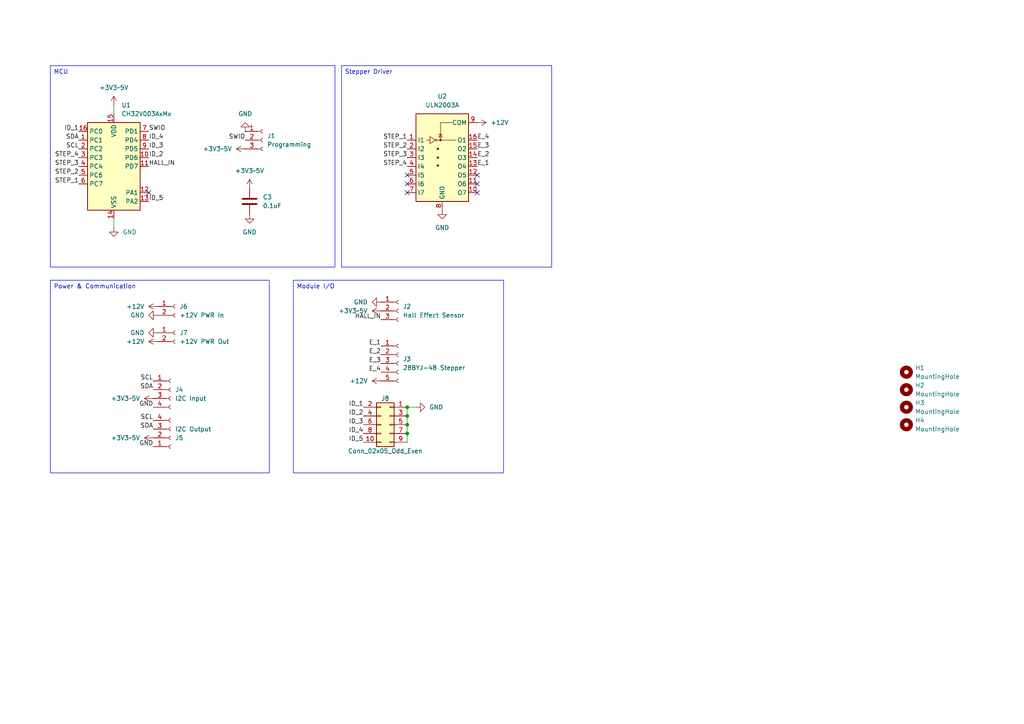
<source format=kicad_sch>
(kicad_sch (version 20231120) (generator "eeschema") (generator_version "8.0")
  (paper "A4")
  (lib_symbols
    (symbol "Connector:Conn_01x02_Socket" (pin_names (offset 1.016) hide)
      (property "Reference" "J" (at 0 2.54 0))
      (property "Value" "Conn_01x02_Socket" (at 0 -5.08 0))
      (symbol "Conn_01x02_Socket_1_1"
        (arc (start 0 -2.032) (mid -0.5058 -2.54) (end 0 -3.048) (stroke (width 0.1524)))
        (polyline (pts (xy -1.27 -2.54) (xy -0.508 -2.54)) (stroke (width 0.1524)))
        (polyline (pts (xy -1.27 0) (xy -0.508 0)) (stroke (width 0.1524)))
        (arc (start 0 0.508) (mid -0.5058 0) (end 0 -0.508) (stroke (width 0.1524)))
        (pin passive line (at -5.08 0 0) (length 3.81) (name "Pin_1") (number "1"))
        (pin passive line (at -5.08 -2.54 0) (length 3.81) (name "Pin_2") (number "2"))
      )
    )
    (symbol "Connector:Conn_01x03_Socket" (pin_names (offset 1.016) hide)
      (property "Reference" "J" (at 0 5.08 0))
      (property "Value" "Conn_01x03_Socket" (at 0 -5.08 0))
      (symbol "Conn_01x03_Socket_1_1"
        (arc (start 0 -2.032) (mid -0.5058 -2.54) (end 0 -3.048) (stroke (width 0.1524)))
        (polyline (pts (xy -1.27 -2.54) (xy -0.508 -2.54)) (stroke (width 0.1524)))
        (polyline (pts (xy -1.27 0) (xy -0.508 0)) (stroke (width 0.1524)))
        (polyline (pts (xy -1.27 2.54) (xy -0.508 2.54)) (stroke (width 0.1524)))
        (arc (start 0 0.508) (mid -0.5058 0) (end 0 -0.508) (stroke (width 0.1524)))
        (arc (start 0 3.048) (mid -0.5058 2.54) (end 0 2.032) (stroke (width 0.1524)))
        (pin passive line (at -5.08 2.54 0) (length 3.81) (name "Pin_1") (number "1"))
        (pin passive line (at -5.08 0 0) (length 3.81) (name "Pin_2") (number "2"))
        (pin passive line (at -5.08 -2.54 0) (length 3.81) (name "Pin_3") (number "3"))
      )
    )
    (symbol "Connector:Conn_01x04_Socket" (pin_names (offset 1.016) hide)
      (property "Reference" "J" (at 0 5.08 0))
      (property "Value" "Conn_01x04_Socket" (at 0 -7.62 0))
      (symbol "Conn_01x04_Socket_1_1"
        (arc (start 0 -4.572) (mid -0.5058 -5.08) (end 0 -5.588) (stroke (width 0.1524)))
        (arc (start 0 -2.032) (mid -0.5058 -2.54) (end 0 -3.048) (stroke (width 0.1524)))
        (polyline (pts (xy -1.27 -5.08) (xy -0.508 -5.08)) (stroke (width 0.1524)))
        (polyline (pts (xy -1.27 -2.54) (xy -0.508 -2.54)) (stroke (width 0.1524)))
        (polyline (pts (xy -1.27 0) (xy -0.508 0)) (stroke (width 0.1524)))
        (polyline (pts (xy -1.27 2.54) (xy -0.508 2.54)) (stroke (width 0.1524)))
        (arc (start 0 0.508) (mid -0.5058 0) (end 0 -0.508) (stroke (width 0.1524)))
        (arc (start 0 3.048) (mid -0.5058 2.54) (end 0 2.032) (stroke (width 0.1524)))
        (pin passive line (at -5.08 2.54 0) (length 3.81) (name "Pin_1") (number "1"))
        (pin passive line (at -5.08 0 0) (length 3.81) (name "Pin_2") (number "2"))
        (pin passive line (at -5.08 -2.54 0) (length 3.81) (name "Pin_3") (number "3"))
        (pin passive line (at -5.08 -5.08 0) (length 3.81) (name "Pin_4") (number "4"))
      )
    )
    (symbol "Connector:Conn_01x05_Socket" (pin_names (offset 1.016) hide)
      (property "Reference" "J" (at 0 7.62 0))
      (property "Value" "Conn_01x05_Socket" (at 0 -7.62 0))
      (symbol "Conn_01x05_Socket_1_1"
        (arc (start 0 -4.572) (mid -0.5058 -5.08) (end 0 -5.588) (stroke (width 0.1524)))
        (arc (start 0 -2.032) (mid -0.5058 -2.54) (end 0 -3.048) (stroke (width 0.1524)))
        (polyline (pts (xy -1.27 -5.08) (xy -0.508 -5.08)) (stroke (width 0.1524)))
        (polyline (pts (xy -1.27 -2.54) (xy -0.508 -2.54)) (stroke (width 0.1524)))
        (polyline (pts (xy -1.27 0) (xy -0.508 0)) (stroke (width 0.1524)))
        (polyline (pts (xy -1.27 2.54) (xy -0.508 2.54)) (stroke (width 0.1524)))
        (polyline (pts (xy -1.27 5.08) (xy -0.508 5.08)) (stroke (width 0.1524)))
        (arc (start 0 0.508) (mid -0.5058 0) (end 0 -0.508) (stroke (width 0.1524)))
        (arc (start 0 3.048) (mid -0.5058 2.54) (end 0 2.032) (stroke (width 0.1524)))
        (arc (start 0 5.588) (mid -0.5058 5.08) (end 0 4.572) (stroke (width 0.1524)))
        (pin passive line (at -5.08 5.08 0) (length 3.81) (name "Pin_1") (number "1"))
        (pin passive line (at -5.08 2.54 0) (length 3.81) (name "Pin_2") (number "2"))
        (pin passive line (at -5.08 0 0) (length 3.81) (name "Pin_3") (number "3"))
        (pin passive line (at -5.08 -2.54 0) (length 3.81) (name "Pin_4") (number "4"))
        (pin passive line (at -5.08 -5.08 0) (length 3.81) (name "Pin_5") (number "5"))
      )
    )
    (symbol "Connector_Generic:Conn_02x05_Odd_Even" (pin_names (offset 1.016) hide)
      (property "Reference" "J" (at 1.27 7.62 0))
      (property "Value" "Conn_02x05_Odd_Even" (at 1.27 -7.62 0))
      (symbol "Conn_02x05_Odd_Even_1_1"
        (rectangle (start -1.27 -4.953) (end 0 -5.207) (stroke (width 0.1524)))
        (rectangle (start -1.27 -2.413) (end 0 -2.667) (stroke (width 0.1524)))
        (rectangle (start -1.27 0.127) (end 0 -0.127) (stroke (width 0.1524)))
        (rectangle (start -1.27 2.667) (end 0 2.413) (stroke (width 0.1524)))
        (rectangle (start -1.27 5.207) (end 0 4.953) (stroke (width 0.1524)))
        (rectangle (start -1.27 6.35) (end 3.81 -6.35) (stroke (width 0.254)) (fill (type background)))
        (rectangle (start 3.81 -4.953) (end 2.54 -5.207) (stroke (width 0.1524)))
        (rectangle (start 3.81 -2.413) (end 2.54 -2.667) (stroke (width 0.1524)))
        (rectangle (start 3.81 0.127) (end 2.54 -0.127) (stroke (width 0.1524)))
        (rectangle (start 3.81 2.667) (end 2.54 2.413) (stroke (width 0.1524)))
        (rectangle (start 3.81 5.207) (end 2.54 4.953) (stroke (width 0.1524)))
        (pin passive line (at -5.08 5.08 0) (length 3.81) (name "Pin_1") (number "1"))
        (pin passive line (at 7.62 -5.08 180) (length 3.81) (name "Pin_10") (number "10"))
        (pin passive line (at 7.62 5.08 180) (length 3.81) (name "Pin_2") (number "2"))
        (pin passive line (at -5.08 2.54 0) (length 3.81) (name "Pin_3") (number "3"))
        (pin passive line (at 7.62 2.54 180) (length 3.81) (name "Pin_4") (number "4"))
        (pin passive line (at -5.08 0 0) (length 3.81) (name "Pin_5") (number "5"))
        (pin passive line (at 7.62 0 180) (length 3.81) (name "Pin_6") (number "6"))
        (pin passive line (at -5.08 -2.54 0) (length 3.81) (name "Pin_7") (number "7"))
        (pin passive line (at 7.62 -2.54 180) (length 3.81) (name "Pin_8") (number "8"))
        (pin passive line (at -5.08 -5.08 0) (length 3.81) (name "Pin_9") (number "9"))
      )
    )
    (symbol "Device:C" (pin_numbers hide) (pin_names (offset 0.254))
      (property "Reference" "C" (at 0.635 2.54 0))
      (property "Value" "C" (at 0.635 -2.54 0))
      (symbol "C_0_1"
        (polyline (pts (xy -2.032 -0.762) (xy 2.032 -0.762)) (stroke (width 0.508)))
        (polyline (pts (xy -2.032 0.762) (xy 2.032 0.762)) (stroke (width 0.508)))
      )
      (symbol "C_1_1"
        (pin passive line (at 0 3.81 270) (length 2.794) (name "~") (number "1"))
        (pin passive line (at 0 -3.81 90) (length 2.794) (name "~") (number "2"))
      )
    )
    (symbol "MCU_WCH_CH32V0:CH32V003AxMx"
      (property "Reference" "U" (at -7.62 15.24 0))
      (property "Value" "CH32V003AxMx" (at 7.62 15.24 0))
      (symbol "CH32V003AxMx_1_1"
        (rectangle (start -7.62 12.7) (end 7.62 -12.7) (stroke (width 0.254)) (fill (type background)))
        (pin bidirectional line (at -10.16 7.62 0) (length 2.54) (name "PC1") (number "1"))
        (pin bidirectional line (at 10.16 2.54 180) (length 2.54) (name "PD6") (number "10"))
        (pin bidirectional line (at 10.16 0 180) (length 2.54) (name "PD7") (number "11"))
        (pin bidirectional line (at 10.16 -7.62 180) (length 2.54) (name "PA1") (number "12"))
        (pin bidirectional line (at 10.16 -10.16 180) (length 2.54) (name "PA2") (number "13"))
        (pin power_in line (at 0 -15.24 90) (length 2.54) (name "VSS") (number "14"))
        (pin power_in line (at 0 15.24 270) (length 2.54) (name "VDD") (number "15"))
        (pin bidirectional line (at -10.16 10.16 0) (length 2.54) (name "PC0") (number "16"))
        (pin bidirectional line (at -10.16 5.08 0) (length 2.54) (name "PC2") (number "2"))
        (pin bidirectional line (at -10.16 2.54 0) (length 2.54) (name "PC3") (number "3"))
        (pin bidirectional line (at -10.16 0 0) (length 2.54) (name "PC4") (number "4"))
        (pin bidirectional line (at -10.16 -2.54 0) (length 2.54) (name "PC6") (number "5"))
        (pin bidirectional line (at -10.16 -5.08 0) (length 2.54) (name "PC7") (number "6"))
        (pin bidirectional line (at 10.16 10.16 180) (length 2.54) (name "PD1") (number "7"))
        (pin bidirectional line (at 10.16 7.62 180) (length 2.54) (name "PD4") (number "8"))
        (pin bidirectional line (at 10.16 5.08 180) (length 2.54) (name "PD5") (number "9"))
      )
    )
    (symbol "Mechanical:MountingHole" (pin_names (offset 1.016)) (exclude_from_sim yes) (in_bom no)
      (property "Reference" "H" (at 0 5.08 0))
      (property "Value" "MountingHole" (at 0 3.175 0))
      (symbol "MountingHole_0_1"
        (circle (center 0 0) (radius 1.27) (stroke (width 1.27)))
      )
    )
    (symbol "Transistor_Array:ULN2003A"
      (property "Reference" "U" (at 0 15.875 0))
      (property "Value" "ULN2003A" (at 0 13.97 0))
      (symbol "ULN2003A_0_1"
        (rectangle (start -7.62 -12.7) (end 7.62 12.7) (stroke (width 0.254)) (fill (type background)))
        (circle (center -1.778 5.08) (radius 0.254))
        (circle (center -1.27 -2.286) (radius 0.254) (fill (type outline)))
        (circle (center -1.27 0) (radius 0.254) (fill (type outline)))
        (circle (center -1.27 2.54) (radius 0.254) (fill (type outline)))
        (circle (center -0.508 5.08) (radius 0.254) (fill (type outline)))
        (polyline (pts (xy -4.572 5.08) (xy -3.556 5.08)))
        (polyline (pts (xy -1.524 5.08) (xy 4.064 5.08)))
        (polyline (pts (xy 0 6.731) (xy -1.016 6.731)))
        (polyline (pts (xy -0.508 5.08) (xy -0.508 10.16) (xy 2.921 10.16)))
        (polyline (pts (xy -3.556 6.096) (xy -3.556 4.064) (xy -2.032 5.08) (xy -3.556 6.096)))
        (polyline (pts (xy 0 5.969) (xy -1.016 5.969) (xy -0.508 6.731) (xy 0 5.969)))
      )
      (symbol "ULN2003A_1_1"
        (pin input line (at -10.16 5.08 0) (length 2.54) (name "I1") (number "1"))
        (pin open_collector line (at 10.16 -10.16 180) (length 2.54) (name "O7") (number "10"))
        (pin open_collector line (at 10.16 -7.62 180) (length 2.54) (name "O6") (number "11"))
        (pin open_collector line (at 10.16 -5.08 180) (length 2.54) (name "O5") (number "12"))
        (pin open_collector line (at 10.16 -2.54 180) (length 2.54) (name "O4") (number "13"))
        (pin open_collector line (at 10.16 0 180) (length 2.54) (name "O3") (number "14"))
        (pin open_collector line (at 10.16 2.54 180) (length 2.54) (name "O2") (number "15"))
        (pin open_collector line (at 10.16 5.08 180) (length 2.54) (name "O1") (number "16"))
        (pin input line (at -10.16 2.54 0) (length 2.54) (name "I2") (number "2"))
        (pin input line (at -10.16 0 0) (length 2.54) (name "I3") (number "3"))
        (pin input line (at -10.16 -2.54 0) (length 2.54) (name "I4") (number "4"))
        (pin input line (at -10.16 -5.08 0) (length 2.54) (name "I5") (number "5"))
        (pin input line (at -10.16 -7.62 0) (length 2.54) (name "I6") (number "6"))
        (pin input line (at -10.16 -10.16 0) (length 2.54) (name "I7") (number "7"))
        (pin power_in line (at 0 -15.24 90) (length 2.54) (name "GND") (number "8"))
        (pin passive line (at 10.16 10.16 180) (length 2.54) (name "COM") (number "9"))
      )
    )
    (symbol "power:+12V" (power) (pin_numbers hide) (pin_names (offset 0) hide)
      (property "Value" "+12V" (at 0 3.556 0))
      (symbol "+12V_0_1"
        (polyline (pts (xy -0.762 1.27) (xy 0 2.54)))
        (polyline (pts (xy 0 0) (xy 0 2.54)))
        (polyline (pts (xy 0 2.54) (xy 0.762 1.27)))
      )
      (symbol "+12V_1_1"
        (pin power_in line (at 0 0 90) (length 0) (name "~") (number "1"))
      )
    )
    (symbol "power:+3V3" (power) (pin_numbers hide) (pin_names (offset 0) hide)
      (property "Value" "+3V3" (at 0 3.556 0))
      (symbol "+3V3_0_1"
        (polyline (pts (xy -0.762 1.27) (xy 0 2.54)))
        (polyline (pts (xy 0 0) (xy 0 2.54)))
        (polyline (pts (xy 0 2.54) (xy 0.762 1.27)))
      )
      (symbol "+3V3_1_1"
        (pin power_in line (at 0 0 90) (length 0) (name "~") (number "1"))
      )
    )
    (symbol "power:GND" (power) (pin_numbers hide) (pin_names (offset 0) hide)
      (property "Value" "GND" (at 0 -3.81 0))
      (symbol "GND_0_1"
        (polyline (pts (xy 0 0) (xy 0 -1.27) (xy 1.27 -1.27) (xy 0 -2.54) (xy -1.27 -1.27) (xy 0 -1.27)))
      )
      (symbol "GND_1_1"
        (pin power_in line (at 0 0 270) (length 0) (name "~") (number "1"))
      )
    )
  )
  (junction (at 118.11 118.11))
  (junction (at 118.11 123.19))
  (junction (at 118.11 120.65))
  (junction (at 118.11 125.73))
  (no_connect (at 138.43 50.8))
  (no_connect (at 118.11 50.8))
  (no_connect (at 43.18 55.88))
  (no_connect (at 118.11 53.34))
  (no_connect (at 118.11 55.88))
  (no_connect (at 138.43 55.88))
  (no_connect (at 138.43 53.34))
  (wire (pts (xy 118.11 120.65) (xy 118.11 123.19)))
  (wire (pts (xy 118.11 118.11) (xy 120.65 118.11)))
  (wire (pts (xy 118.11 125.73) (xy 118.11 128.27)))
  (wire (pts (xy 33.02 63.5) (xy 33.02 66.04)))
  (wire (pts (xy 33.02 30.48) (xy 33.02 33.02)))
  (wire (pts (xy 118.11 118.11) (xy 118.11 120.65)))
  (wire (pts (xy 118.11 123.19) (xy 118.11 125.73)))
  (text_box "Module I/O\n" (at 85.09 81.28 0) (size 60.96 55.88) (effects (font (size 1.27 1.27)) (justify left top)))
  (text_box "MCU" (at 14.605 19.05 0) (size 82.55 58.42) (effects (font (size 1.27 1.27)) (justify left top)))
  (text_box "Power & Communication" (at 14.605 81.28 0) (size 63.5 55.88) (effects (font (size 1.27 1.27)) (justify left top)))
  (text_box "Stepper Driver" (at 99.06 19.05 0) (size 60.96 58.42) (effects (font (size 1.27 1.27)) (justify left top)))
  (label "STEP_3" (at 22.86 48.26 180))
  (label "E_3" (at 138.43 43.18 0))
  (label "HALL_IN" (at 43.18 48.26 0))
  (label "HALL_IN" (at 110.49 92.71 180))
  (label "E_1" (at 110.49 100.33 180))
  (label "E_2" (at 110.49 102.87 180))
  (label "SCL" (at 44.45 110.49 180))
  (label "STEP_1" (at 118.11 40.64 180))
  (label "ID_2" (at 105.41 120.65 180))
  (label "STEP_4" (at 118.11 48.26 180))
  (label "E_1" (at 138.43 48.26 0))
  (label "SDA" (at 22.86 40.64 180))
  (label "STEP_1" (at 22.86 53.34 180))
  (label "SCL" (at 44.45 121.92 180))
  (label "SCL" (at 22.86 43.18 180))
  (label "GND" (at 44.45 118.11 180))
  (label "E_2" (at 138.43 45.72 0))
  (label "ID_4" (at 43.18 40.64 0))
  (label "ID_2" (at 43.18 45.72 0))
  (label "STEP_2" (at 22.86 50.8 180))
  (label "STEP_4" (at 22.86 45.72 180))
  (label "ID_3" (at 105.41 123.19 180))
  (label "E_4" (at 138.43 40.64 0))
  (label "ID_1" (at 22.86 38.1 180))
  (label "SDA" (at 44.45 113.03 180))
  (label "E_4" (at 110.49 107.95 180))
  (label "ID_3" (at 43.18 43.18 0))
  (label "ID_4" (at 105.41 125.73 180))
  (label "STEP_2" (at 118.11 43.18 180))
  (label "SDA" (at 44.45 124.46 180))
  (label "ID_5" (at 105.41 128.27 180))
  (label "ID_5" (at 43.18 58.42 0))
  (label "SWIO" (at 43.18 38.1 0))
  (label "SWIO" (at 71.12 40.64 180))
  (label "STEP_3" (at 118.11 45.72 180))
  (label "GND" (at 44.45 129.54 180))
  (label "ID_1" (at 105.41 118.11 180))
  (label "E_3" (at 110.49 105.41 180))
  (symbol (lib_id "power:+3V3") (at 44.45 115.57 90) (unit 1)
    (property "Reference" "#PWR05" (effects (hide yes)))
    (property "Value" "+3V3~5V" (at 40.64 115.5699 90) (effects (justify left)))
    (property "Description" "Power symbol creates a global label with name \"+3V3\"" (effects (hide yes)))
  )
  (symbol (lib_id "power:GND") (at 72.39 62.23 0) (unit 1)
    (property "Reference" "#PWR018" (effects (hide yes)))
    (property "Value" "GND" (at 72.39 67.31 0))
    (property "Description" "Power symbol creates a global label with name \"GND\" , ground" (effects (hide yes)))
  )
  (symbol (lib_id "Connector:Conn_01x03_Socket") (at 115.57 90.17 0) (unit 1)
    (property "Reference" "J2" (at 116.84 88.8999 0) (effects (justify left)))
    (property "Value" "Hall Effect Sensor" (at 116.84 91.4399 0) (effects (justify left)))
    (property "Footprint" "hawkowl:JST_XH_B3B-XH-A_1x03_P2.50mm_Vertical" (effects (hide yes)))
    (property "Description" "Generic connector, single row, 01x03, script generated" (effects (hide yes)))
  )
  (symbol (lib_id "MCU_WCH_CH32V0:CH32V003AxMx") (at 33.02 48.26 0) (unit 1)
    (property "Reference" "U1" (at 35.2141 30.48 0) (effects (justify left)))
    (property "Value" "CH32V003AxMx" (at 35.2141 33.02 0) (effects (justify left)))
    (property "Footprint" "Package_SO:SOP-16_3.9x9.9mm_P1.27mm" (effects (hide yes)))
    (property "Datasheet" "https://www.wch-ic.com/products/CH32V003.html" (effects (hide yes)))
    (property "Description" "CH32V003 series are industrial-grade general-purpose microcontrollers designed based on 32-bit RISC-V instruction set and architecture. It adopts QingKe V2A core, RV32EC instruction set, and supports 2 levels of interrupt nesting. The series are mounted with rich peripheral interfaces and function modules. Its internal organizational structure meets the low-cost and low-power embedded application scenarios." (effects (hide yes)))
  )
  (symbol (lib_id "power:GND") (at 120.65 118.11 90) (unit 1)
    (property "Reference" "#PWR04" (effects (hide yes)))
    (property "Value" "GND" (at 124.46 118.1099 90) (effects (justify right)))
    (property "Description" "Power symbol creates a global label with name \"GND\" , ground" (effects (hide yes)))
  )
  (symbol (lib_id "power:+12V") (at 45.72 99.06 90) (unit 1)
    (property "Reference" "#PWR016" (effects (hide yes)))
    (property "Value" "+12V" (at 41.91 99.0599 90) (effects (justify left)))
    (property "Description" "Power symbol creates a global label with name \"+12V\"" (effects (hide yes)))
  )
  (symbol (lib_id "power:GND") (at 45.72 96.52 270) (unit 1)
    (property "Reference" "#PWR014" (effects (hide yes)))
    (property "Value" "GND" (at 41.91 96.5199 90) (effects (justify right)))
    (property "Description" "Power symbol creates a global label with name \"GND\" , ground" (effects (hide yes)))
  )
  (symbol (lib_id "Mechanical:MountingHole") (at 262.89 118.11 0) (unit 1) (exclude_from_sim yes) (in_bom no)
    (property "Reference" "H3" (at 265.43 116.8399 0) (effects (justify left)))
    (property "Value" "MountingHole" (at 265.43 119.3799 0) (effects (justify left)))
    (property "Footprint" "MountingHole:MountingHole_3.2mm_M3" (effects (hide yes)))
    (property "Description" "Mounting Hole without connection" (effects (hide yes)))
  )
  (symbol (lib_id "Connector:Conn_01x04_Socket") (at 49.53 127 0) (mirror x) (unit 1)
    (property "Reference" "J5" (at 50.8 127.0001 0) (effects (justify left)))
    (property "Value" "I2C Output" (at 50.8 124.4601 0) (effects (justify left)))
    (property "Footprint" "hawkowl:JST_XH_B4B-XH-A_1x04_P2.50mm_Vertical_LABELLED" (effects (hide yes)))
    (property "Description" "Generic connector, single row, 01x04, script generated" (effects (hide yes)))
  )
  (symbol (lib_id "power:+12V") (at 138.43 35.56 270) (unit 1)
    (property "Reference" "#PWR08" (effects (hide yes)))
    (property "Value" "+12V" (at 142.24 35.5599 90) (effects (justify left)))
    (property "Description" "Power symbol creates a global label with name \"+12V\"" (effects (hide yes)))
  )
  (symbol (lib_id "Mechanical:MountingHole") (at 262.89 107.95 0) (unit 1) (exclude_from_sim yes) (in_bom no)
    (property "Reference" "H1" (at 265.43 106.6799 0) (effects (justify left)))
    (property "Value" "MountingHole" (at 265.43 109.2199 0) (effects (justify left)))
    (property "Footprint" "MountingHole:MountingHole_3.2mm_M3" (effects (hide yes)))
    (property "Description" "Mounting Hole without connection" (effects (hide yes)))
  )
  (symbol (lib_id "Connector:Conn_01x02_Socket") (at 50.8 88.9 0) (unit 1)
    (property "Reference" "J6" (at 52.07 88.8999 0) (effects (justify left)))
    (property "Value" "+12V PWR In" (at 52.07 91.4399 0) (effects (justify left)))
    (property "Footprint" "hawkowl:JST_XH_B2B-XH-A_1x02_P2.50mm_Vertical_LABELLED" (effects (hide yes)))
    (property "Description" "Generic connector, single row, 01x02, script generated" (effects (hide yes)))
  )
  (symbol (lib_id "Connector:Conn_01x03_Socket") (at 76.2 40.64 0) (unit 1)
    (property "Reference" "J1" (at 77.47 39.3699 0) (effects (justify left)))
    (property "Value" "Programming" (at 77.47 41.9099 0) (effects (justify left)))
    (property "Footprint" "hawkowl:JST_XH_B3B-XH-A_1x03_P2.50mm_Vertical" (effects (hide yes)))
    (property "Description" "Generic connector, single row, 01x03, script generated" (effects (hide yes)))
  )
  (symbol (lib_id "power:+3V3") (at 110.49 90.17 90) (unit 1)
    (property "Reference" "#PWR011" (effects (hide yes)))
    (property "Value" "+3V3~5V" (at 106.68 90.1699 90) (effects (justify left)))
    (property "Description" "Power symbol creates a global label with name \"+3V3\"" (effects (hide yes)))
  )
  (symbol (lib_id "power:GND") (at 71.12 38.1 180) (unit 1)
    (property "Reference" "#PWR03" (effects (hide yes)))
    (property "Value" "GND" (at 71.12 33.02 0))
    (property "Description" "Power symbol creates a global label with name \"GND\" , ground" (effects (hide yes)))
  )
  (symbol (lib_id "power:GND") (at 33.02 66.04 0) (unit 1)
    (property "Reference" "#PWR01" (effects (hide yes)))
    (property "Value" "GND" (at 35.56 67.3099 0) (effects (justify left)))
    (property "Description" "Power symbol creates a global label with name \"GND\" , ground" (effects (hide yes)))
  )
  (symbol (lib_id "power:+3V3") (at 71.12 43.18 90) (unit 1)
    (property "Reference" "#PWR09" (effects (hide yes)))
    (property "Value" "+3V3~5V" (at 67.31 43.1799 90) (effects (justify left)))
    (property "Description" "Power symbol creates a global label with name \"+3V3\"" (effects (hide yes)))
  )
  (symbol (lib_id "Mechanical:MountingHole") (at 262.89 123.19 0) (unit 1) (exclude_from_sim yes) (in_bom no)
    (property "Reference" "H4" (at 265.43 121.9199 0) (effects (justify left)))
    (property "Value" "MountingHole" (at 265.43 124.4599 0) (effects (justify left)))
    (property "Footprint" "MountingHole:MountingHole_3.2mm_M3" (effects (hide yes)))
    (property "Description" "Mounting Hole without connection" (effects (hide yes)))
  )
  (symbol (lib_id "power:+3V3") (at 44.45 127 90) (unit 1)
    (property "Reference" "#PWR07" (effects (hide yes)))
    (property "Value" "+3V3~5V" (at 40.64 126.9999 90) (effects (justify left)))
    (property "Description" "Power symbol creates a global label with name \"+3V3\"" (effects (hide yes)))
  )
  (symbol (lib_id "power:+12V") (at 45.72 88.9 90) (unit 1)
    (property "Reference" "#PWR015" (effects (hide yes)))
    (property "Value" "+12V" (at 41.91 88.8999 90) (effects (justify left)))
    (property "Description" "Power symbol creates a global label with name \"+12V\"" (effects (hide yes)))
  )
  (symbol (lib_id "power:GND") (at 110.49 87.63 270) (unit 1)
    (property "Reference" "#PWR010" (effects (hide yes)))
    (property "Value" "GND" (at 106.68 87.6299 90) (effects (justify right)))
    (property "Description" "Power symbol creates a global label with name \"GND\" , ground" (effects (hide yes)))
  )
  (symbol (lib_id "power:+3V3") (at 33.02 30.48 0) (unit 1)
    (property "Reference" "#PWR02" (effects (hide yes)))
    (property "Value" "+3V3~5V" (at 33.02 25.4 0))
    (property "Description" "Power symbol creates a global label with name \"+3V3\"" (effects (hide yes)))
  )
  (symbol (lib_id "Connector:Conn_01x02_Socket") (at 50.8 96.52 0) (unit 1)
    (property "Reference" "J7" (at 52.07 96.5199 0) (effects (justify left)))
    (property "Value" "+12V PWR Out" (at 52.07 99.0599 0) (effects (justify left)))
    (property "Footprint" "hawkowl:JST_XH_B2B-XH-A_1x02_P2.50mm_Vertical_LABELLED" (effects (hide yes)))
    (property "Description" "Generic connector, single row, 01x02, script generated" (effects (hide yes)))
  )
  (symbol (lib_id "power:+12V") (at 110.49 110.49 90) (unit 1)
    (property "Reference" "#PWR012" (effects (hide yes)))
    (property "Value" "+12V" (at 106.68 110.4899 90) (effects (justify left)))
    (property "Description" "Power symbol creates a global label with name \"+12V\"" (effects (hide yes)))
  )
  (symbol (lib_id "power:GND") (at 128.27 60.96 0) (unit 1)
    (property "Reference" "#PWR06" (effects (hide yes)))
    (property "Value" "GND" (at 128.27 66.04 0))
    (property "Description" "Power symbol creates a global label with name \"GND\" , ground" (effects (hide yes)))
  )
  (symbol (lib_id "Mechanical:MountingHole") (at 262.89 113.03 0) (unit 1) (exclude_from_sim yes) (in_bom no)
    (property "Reference" "H2" (at 265.43 111.7599 0) (effects (justify left)))
    (property "Value" "MountingHole" (at 265.43 114.2999 0) (effects (justify left)))
    (property "Footprint" "MountingHole:MountingHole_3.2mm_M3" (effects (hide yes)))
    (property "Description" "Mounting Hole without connection" (effects (hide yes)))
  )
  (symbol (lib_id "Transistor_Array:ULN2003A") (at 128.27 45.72 0) (unit 1)
    (property "Reference" "U2" (at 128.27 27.94 0))
    (property "Value" "ULN2003A" (at 128.27 30.48 0))
    (property "Footprint" "Package_SO:SOP-16_3.9x9.9mm_P1.27mm" (effects (hide yes)))
    (property "Datasheet" "http://www.ti.com/lit/ds/symlink/uln2003a.pdf" (effects (hide yes)))
    (property "Description" "High Voltage, High Current Darlington Transistor Arrays, SOIC16/SOIC16W/DIP16/TSSOP16" (effects (hide yes)))
  )
  (symbol (lib_id "Connector_Generic:Conn_02x05_Odd_Even") (at 113.03 123.19 0) (mirror y) (unit 1)
    (property "Reference" "J8" (at 111.76 115.57 0))
    (property "Value" "Conn_02x05_Odd_Even" (at 111.76 130.81 0))
    (property "Footprint" "Connector_PinSocket_2.54mm:PinSocket_2x05_P2.54mm_Vertical" (effects (hide yes)))
    (property "Description" "Generic connector, double row, 02x05, odd/even pin numbering scheme (row 1 odd numbers, row 2 even numbers), script generated (kicad-library-utils/schlib/autogen/connector/)" (effects (hide yes)))
  )
  (symbol (lib_id "Device:C") (at 72.39 58.42 180) (unit 1)
    (property "Reference" "C3" (at 76.2 57.1499 0) (effects (justify right)))
    (property "Value" "0.1uF" (at 76.2 59.6899 0) (effects (justify right)))
    (property "Footprint" "hawkowl:C_1206_3216Metric_Symbol" (effects (hide yes)))
    (property "Description" "Unpolarized capacitor" (effects (hide yes)))
  )
  (symbol (lib_id "Connector:Conn_01x04_Socket") (at 49.53 113.03 0) (unit 1)
    (property "Reference" "J4" (at 50.8 113.0299 0) (effects (justify left)))
    (property "Value" "I2C Input" (at 50.8 115.5699 0) (effects (justify left)))
    (property "Footprint" "hawkowl:JST_XH_B4B-XH-A_1x04_P2.50mm_Vertical_LABELLED" (effects (hide yes)))
    (property "Description" "Generic connector, single row, 01x04, script generated" (effects (hide yes)))
  )
  (symbol (lib_id "power:GND") (at 45.72 91.44 270) (unit 1)
    (property "Reference" "#PWR013" (effects (hide yes)))
    (property "Value" "GND" (at 41.91 91.4399 90) (effects (justify right)))
    (property "Description" "Power symbol creates a global label with name \"GND\" , ground" (effects (hide yes)))
  )
  (symbol (lib_id "power:+3V3") (at 72.39 54.61 0) (unit 1)
    (property "Reference" "#PWR017" (effects (hide yes)))
    (property "Value" "+3V3~5V" (at 72.39 49.53 0))
    (property "Description" "Power symbol creates a global label with name \"+3V3\"" (effects (hide yes)))
  )
  (symbol (lib_id "Connector:Conn_01x05_Socket") (at 115.57 105.41 0) (unit 1)
    (property "Reference" "J3" (at 116.84 104.1399 0) (effects (justify left)))
    (property "Value" "28BYJ-48 Stepper" (at 116.84 106.6799 0) (effects (justify left)))
    (property "Footprint" "hawkowl:JST_XH_B5B-XH-A_1x05_P2.50mm_Vertical_LABELLED" (effects (hide yes)))
    (property "Description" "Generic connector, single row, 01x05, script generated" (effects (hide yes)))
  )
)
</source>
